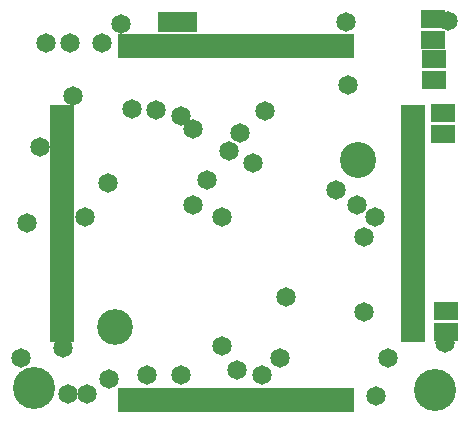
<source format=gbr>
%FSLAX23Y23*%
%MOIN*%
G04 EasyPC Gerber Version 13.0.2 Build 2807 *
%ADD86R,0.04362X0.08299*%
%ADD85R,0.08299X0.04362*%
%ADD71C,0.06500*%
%ADD14C,0.11900*%
%ADD13C,0.12000*%
%ADD10C,0.14000*%
%ADD15R,0.08000X0.06000*%
%ADD84R,0.07000X0.06500*%
X0Y0D02*
D02*
D10*
X17335Y17420D03*
X18670Y17415D03*
D02*
D13*
X18414Y18182D03*
D02*
D14*
X17602Y17625D03*
D02*
D15*
X18664Y18583D03*
Y18652D03*
X18666Y18448D03*
Y18517D03*
X18696Y18268D03*
Y18337D03*
X18706Y17608D03*
Y17677D03*
D02*
D71*
X17290Y17520D03*
X17310Y17970D03*
X17355Y18225D03*
X17375Y18570D03*
X17430Y17555D03*
X17448Y17402D03*
X17455Y18570D03*
X17465Y18395D03*
X17505Y17990D03*
X17510Y17400D03*
X17560Y18570D03*
X17580Y18105D03*
X17585Y17450D03*
X17625Y18635D03*
X17660Y18350D03*
X17710Y17465D03*
X17741Y18347D03*
X17823Y17465D03*
Y18327D03*
X17865Y18030D03*
Y18285D03*
X17910Y18115D03*
X17960Y17560D03*
Y17990D03*
X17985Y18210D03*
X18010Y17480D03*
X18020Y18270D03*
X18065Y18170D03*
X18095Y17465D03*
X18105Y18345D03*
X18155Y17520D03*
X18175Y17725D03*
X18340Y18080D03*
X18375Y18640D03*
X18380Y18430D03*
X18410Y18030D03*
X18435Y17675D03*
Y17925D03*
X18470Y17990D03*
X18475Y17395D03*
X18515Y17520D03*
X18705Y17570D03*
X18715Y18645D03*
D02*
D84*
X17780Y18640D03*
X17845D03*
D02*
D85*
X17426Y17596D03*
Y17636D03*
Y17675D03*
Y17714D03*
Y17754D03*
Y17793D03*
Y17833D03*
Y17872D03*
Y17911D03*
Y17951D03*
Y17990D03*
Y18029D03*
Y18069D03*
Y18108D03*
Y18148D03*
Y18187D03*
Y18226D03*
Y18266D03*
Y18305D03*
Y18344D03*
X18598Y17872D03*
Y17911D03*
X18598Y17596D03*
Y17636D03*
Y17675D03*
Y17714D03*
Y17754D03*
Y17793D03*
Y17833D03*
Y17951D03*
Y17990D03*
Y18029D03*
Y18069D03*
Y18108D03*
Y18148D03*
Y18187D03*
Y18226D03*
Y18266D03*
Y18305D03*
Y18344D03*
D02*
D86*
X17633Y17380D03*
Y18561D03*
X17672D03*
X17672Y17380D03*
X17712D03*
Y18561D03*
X17751Y17380D03*
Y18561D03*
X17790Y17380D03*
Y18561D03*
X17830D03*
X17830Y17380D03*
X17869D03*
Y18561D03*
X17909Y17380D03*
Y18561D03*
X17948Y17380D03*
X17948Y18561D03*
X17987Y17380D03*
X17987Y18561D03*
X18027Y17380D03*
Y18561D03*
X18066Y17380D03*
Y18561D03*
X18105D03*
X18105Y17380D03*
X18145Y18561D03*
X18145Y17380D03*
X18184D03*
Y18561D03*
X18224Y17380D03*
Y18561D03*
X18263Y17380D03*
X18263Y18561D03*
X18302Y17380D03*
Y18561D03*
X18342Y17380D03*
Y18561D03*
X18381Y17380D03*
Y18561D03*
X0Y0D02*
M02*

</source>
